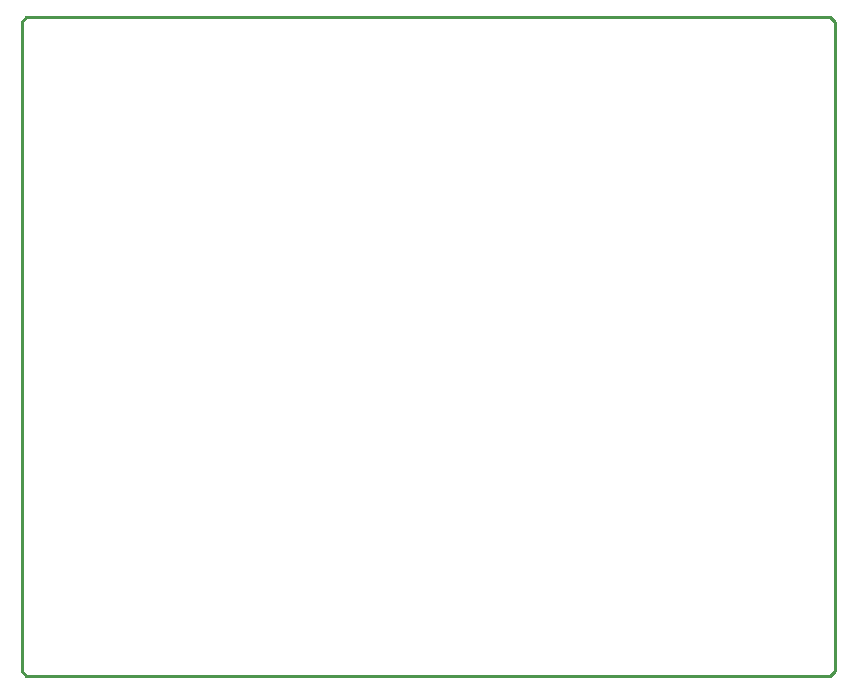
<source format=gko>
G04 Layer: BoardOutlineLayer*
G04 EasyEDA v6.5.23, 2023-04-09 10:26:07*
G04 330b7c5f45e04ff093bb28af9a5d1234,10*
G04 Gerber Generator version 0.2*
G04 Scale: 100 percent, Rotated: No, Reflected: No *
G04 Dimensions in millimeters *
G04 leading zeros omitted , absolute positions ,4 integer and 5 decimal *
%FSLAX45Y45*%
%MOMM*%

%ADD10C,0.2540*%
D10*
X6921500Y292100D02*
G01*
X152400Y292100D01*
X152400Y5867400D02*
G01*
X228600Y5867400D01*
X152400Y292100D02*
G01*
X114300Y330200D01*
X114300Y1841500D01*
X114300Y5778500D01*
X114300Y5778500D02*
G01*
X114300Y5829300D01*
X152400Y5867400D01*
X6997700Y5791200D02*
G01*
X6997700Y381000D01*
X228600Y5867400D02*
G01*
X6908800Y5867400D01*
X6997700Y5778500D02*
G01*
X6997700Y5829300D01*
X6959600Y5867400D01*
X6908800Y5867400D01*
X6997700Y381254D02*
G01*
X6997700Y330454D01*
X6959600Y292354D01*
X6921500Y292100D01*

%LPD*%
M02*

</source>
